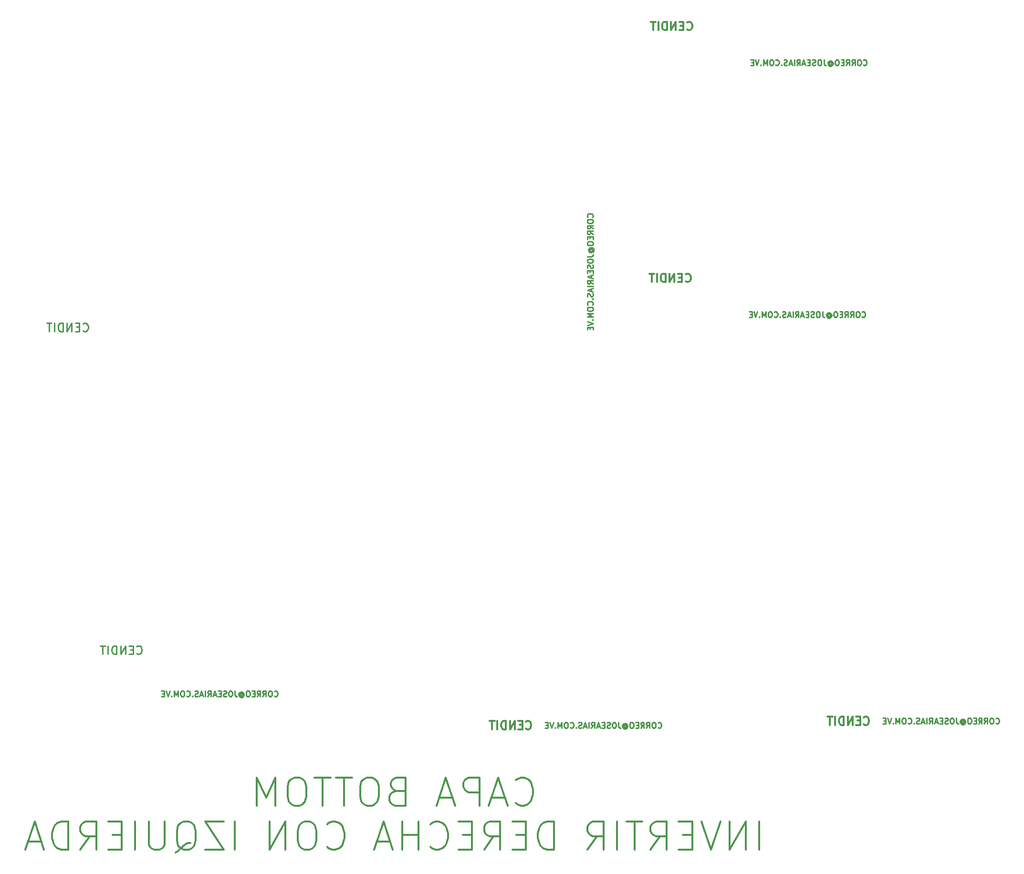
<source format=gbr>
G04 #@! TF.FileFunction,Legend,Bot*
%FSLAX46Y46*%
G04 Gerber Fmt 4.6, Leading zero omitted, Abs format (unit mm)*
G04 Created by KiCad (PCBNEW 4.0.7-e2-6376~58~ubuntu16.04.1) date Sun Feb  4 19:32:13 2018*
%MOMM*%
%LPD*%
G01*
G04 APERTURE LIST*
%ADD10C,0.100000*%
%ADD11C,0.300000*%
%ADD12C,0.250000*%
G04 APERTURE END LIST*
D10*
D11*
X107145619Y-191941714D02*
X107383714Y-192179810D01*
X108098000Y-192417905D01*
X108574190Y-192417905D01*
X109288476Y-192179810D01*
X109764667Y-191703619D01*
X110002762Y-191227429D01*
X110240857Y-190275048D01*
X110240857Y-189560762D01*
X110002762Y-188608381D01*
X109764667Y-188132190D01*
X109288476Y-187656000D01*
X108574190Y-187417905D01*
X108098000Y-187417905D01*
X107383714Y-187656000D01*
X107145619Y-187894095D01*
X105240857Y-190989333D02*
X102859905Y-190989333D01*
X105717048Y-192417905D02*
X104050381Y-187417905D01*
X102383714Y-192417905D01*
X100717048Y-192417905D02*
X100717048Y-187417905D01*
X98812286Y-187417905D01*
X98336095Y-187656000D01*
X98098000Y-187894095D01*
X97859905Y-188370286D01*
X97859905Y-189084571D01*
X98098000Y-189560762D01*
X98336095Y-189798857D01*
X98812286Y-190036952D01*
X100717048Y-190036952D01*
X95955143Y-190989333D02*
X93574191Y-190989333D01*
X96431334Y-192417905D02*
X94764667Y-187417905D01*
X93098000Y-192417905D01*
X85955143Y-189798857D02*
X85240857Y-190036952D01*
X85002762Y-190275048D01*
X84764667Y-190751238D01*
X84764667Y-191465524D01*
X85002762Y-191941714D01*
X85240857Y-192179810D01*
X85717048Y-192417905D01*
X87621810Y-192417905D01*
X87621810Y-187417905D01*
X85955143Y-187417905D01*
X85478953Y-187656000D01*
X85240857Y-187894095D01*
X85002762Y-188370286D01*
X85002762Y-188846476D01*
X85240857Y-189322667D01*
X85478953Y-189560762D01*
X85955143Y-189798857D01*
X87621810Y-189798857D01*
X81669429Y-187417905D02*
X80717048Y-187417905D01*
X80240857Y-187656000D01*
X79764667Y-188132190D01*
X79526572Y-189084571D01*
X79526572Y-190751238D01*
X79764667Y-191703619D01*
X80240857Y-192179810D01*
X80717048Y-192417905D01*
X81669429Y-192417905D01*
X82145619Y-192179810D01*
X82621810Y-191703619D01*
X82859905Y-190751238D01*
X82859905Y-189084571D01*
X82621810Y-188132190D01*
X82145619Y-187656000D01*
X81669429Y-187417905D01*
X78098001Y-187417905D02*
X75240858Y-187417905D01*
X76669429Y-192417905D02*
X76669429Y-187417905D01*
X74288477Y-187417905D02*
X71431334Y-187417905D01*
X72859905Y-192417905D02*
X72859905Y-187417905D01*
X68812286Y-187417905D02*
X67859905Y-187417905D01*
X67383714Y-187656000D01*
X66907524Y-188132190D01*
X66669429Y-189084571D01*
X66669429Y-190751238D01*
X66907524Y-191703619D01*
X67383714Y-192179810D01*
X67859905Y-192417905D01*
X68812286Y-192417905D01*
X69288476Y-192179810D01*
X69764667Y-191703619D01*
X70002762Y-190751238D01*
X70002762Y-189084571D01*
X69764667Y-188132190D01*
X69288476Y-187656000D01*
X68812286Y-187417905D01*
X64526572Y-192417905D02*
X64526572Y-187417905D01*
X62859905Y-190989333D01*
X61193238Y-187417905D01*
X61193238Y-192417905D01*
X150359904Y-200217905D02*
X150359904Y-195217905D01*
X147978952Y-200217905D02*
X147978952Y-195217905D01*
X145121809Y-200217905D01*
X145121809Y-195217905D01*
X143455143Y-195217905D02*
X141788476Y-200217905D01*
X140121809Y-195217905D01*
X138455143Y-197598857D02*
X136788476Y-197598857D01*
X136074190Y-200217905D02*
X138455143Y-200217905D01*
X138455143Y-195217905D01*
X136074190Y-195217905D01*
X131074190Y-200217905D02*
X132740857Y-197836952D01*
X133931333Y-200217905D02*
X133931333Y-195217905D01*
X132026571Y-195217905D01*
X131550380Y-195456000D01*
X131312285Y-195694095D01*
X131074190Y-196170286D01*
X131074190Y-196884571D01*
X131312285Y-197360762D01*
X131550380Y-197598857D01*
X132026571Y-197836952D01*
X133931333Y-197836952D01*
X129645619Y-195217905D02*
X126788476Y-195217905D01*
X128217047Y-200217905D02*
X128217047Y-195217905D01*
X125121809Y-200217905D02*
X125121809Y-195217905D01*
X119883714Y-200217905D02*
X121550381Y-197836952D01*
X122740857Y-200217905D02*
X122740857Y-195217905D01*
X120836095Y-195217905D01*
X120359904Y-195456000D01*
X120121809Y-195694095D01*
X119883714Y-196170286D01*
X119883714Y-196884571D01*
X120121809Y-197360762D01*
X120359904Y-197598857D01*
X120836095Y-197836952D01*
X122740857Y-197836952D01*
X113931333Y-200217905D02*
X113931333Y-195217905D01*
X112740857Y-195217905D01*
X112026571Y-195456000D01*
X111550380Y-195932190D01*
X111312285Y-196408381D01*
X111074190Y-197360762D01*
X111074190Y-198075048D01*
X111312285Y-199027429D01*
X111550380Y-199503619D01*
X112026571Y-199979810D01*
X112740857Y-200217905D01*
X113931333Y-200217905D01*
X108931333Y-197598857D02*
X107264666Y-197598857D01*
X106550380Y-200217905D02*
X108931333Y-200217905D01*
X108931333Y-195217905D01*
X106550380Y-195217905D01*
X101550380Y-200217905D02*
X103217047Y-197836952D01*
X104407523Y-200217905D02*
X104407523Y-195217905D01*
X102502761Y-195217905D01*
X102026570Y-195456000D01*
X101788475Y-195694095D01*
X101550380Y-196170286D01*
X101550380Y-196884571D01*
X101788475Y-197360762D01*
X102026570Y-197598857D01*
X102502761Y-197836952D01*
X104407523Y-197836952D01*
X99407523Y-197598857D02*
X97740856Y-197598857D01*
X97026570Y-200217905D02*
X99407523Y-200217905D01*
X99407523Y-195217905D01*
X97026570Y-195217905D01*
X92026570Y-199741714D02*
X92264665Y-199979810D01*
X92978951Y-200217905D01*
X93455141Y-200217905D01*
X94169427Y-199979810D01*
X94645618Y-199503619D01*
X94883713Y-199027429D01*
X95121808Y-198075048D01*
X95121808Y-197360762D01*
X94883713Y-196408381D01*
X94645618Y-195932190D01*
X94169427Y-195456000D01*
X93455141Y-195217905D01*
X92978951Y-195217905D01*
X92264665Y-195456000D01*
X92026570Y-195694095D01*
X89883713Y-200217905D02*
X89883713Y-195217905D01*
X89883713Y-197598857D02*
X87026570Y-197598857D01*
X87026570Y-200217905D02*
X87026570Y-195217905D01*
X84883713Y-198789333D02*
X82502761Y-198789333D01*
X85359904Y-200217905D02*
X83693237Y-195217905D01*
X82026570Y-200217905D01*
X73693237Y-199741714D02*
X73931332Y-199979810D01*
X74645618Y-200217905D01*
X75121808Y-200217905D01*
X75836094Y-199979810D01*
X76312285Y-199503619D01*
X76550380Y-199027429D01*
X76788475Y-198075048D01*
X76788475Y-197360762D01*
X76550380Y-196408381D01*
X76312285Y-195932190D01*
X75836094Y-195456000D01*
X75121808Y-195217905D01*
X74645618Y-195217905D01*
X73931332Y-195456000D01*
X73693237Y-195694095D01*
X70597999Y-195217905D02*
X69645618Y-195217905D01*
X69169427Y-195456000D01*
X68693237Y-195932190D01*
X68455142Y-196884571D01*
X68455142Y-198551238D01*
X68693237Y-199503619D01*
X69169427Y-199979810D01*
X69645618Y-200217905D01*
X70597999Y-200217905D01*
X71074189Y-199979810D01*
X71550380Y-199503619D01*
X71788475Y-198551238D01*
X71788475Y-196884571D01*
X71550380Y-195932190D01*
X71074189Y-195456000D01*
X70597999Y-195217905D01*
X66312285Y-200217905D02*
X66312285Y-195217905D01*
X63455142Y-200217905D01*
X63455142Y-195217905D01*
X57264666Y-200217905D02*
X57264666Y-195217905D01*
X55359904Y-195217905D02*
X52026571Y-195217905D01*
X55359904Y-200217905D01*
X52026571Y-200217905D01*
X46788475Y-200694095D02*
X47264666Y-200456000D01*
X47740856Y-199979810D01*
X48455142Y-199265524D01*
X48931333Y-199027429D01*
X49407523Y-199027429D01*
X49169428Y-200217905D02*
X49645618Y-199979810D01*
X50121809Y-199503619D01*
X50359904Y-198551238D01*
X50359904Y-196884571D01*
X50121809Y-195932190D01*
X49645618Y-195456000D01*
X49169428Y-195217905D01*
X48217047Y-195217905D01*
X47740856Y-195456000D01*
X47264666Y-195932190D01*
X47026571Y-196884571D01*
X47026571Y-198551238D01*
X47264666Y-199503619D01*
X47740856Y-199979810D01*
X48217047Y-200217905D01*
X49169428Y-200217905D01*
X44883714Y-195217905D02*
X44883714Y-199265524D01*
X44645619Y-199741714D01*
X44407523Y-199979810D01*
X43931333Y-200217905D01*
X42978952Y-200217905D01*
X42502761Y-199979810D01*
X42264666Y-199741714D01*
X42026571Y-199265524D01*
X42026571Y-195217905D01*
X39645619Y-200217905D02*
X39645619Y-195217905D01*
X37264667Y-197598857D02*
X35598000Y-197598857D01*
X34883714Y-200217905D02*
X37264667Y-200217905D01*
X37264667Y-195217905D01*
X34883714Y-195217905D01*
X29883714Y-200217905D02*
X31550381Y-197836952D01*
X32740857Y-200217905D02*
X32740857Y-195217905D01*
X30836095Y-195217905D01*
X30359904Y-195456000D01*
X30121809Y-195694095D01*
X29883714Y-196170286D01*
X29883714Y-196884571D01*
X30121809Y-197360762D01*
X30359904Y-197598857D01*
X30836095Y-197836952D01*
X32740857Y-197836952D01*
X27740857Y-200217905D02*
X27740857Y-195217905D01*
X26550381Y-195217905D01*
X25836095Y-195456000D01*
X25359904Y-195932190D01*
X25121809Y-196408381D01*
X24883714Y-197360762D01*
X24883714Y-198075048D01*
X25121809Y-199027429D01*
X25359904Y-199503619D01*
X25836095Y-199979810D01*
X26550381Y-200217905D01*
X27740857Y-200217905D01*
X22978952Y-198789333D02*
X20598000Y-198789333D01*
X23455143Y-200217905D02*
X21788476Y-195217905D01*
X20121809Y-200217905D01*
D12*
X120753143Y-87972525D02*
X120800762Y-87924906D01*
X120848381Y-87782049D01*
X120848381Y-87686811D01*
X120800762Y-87543953D01*
X120705524Y-87448715D01*
X120610286Y-87401096D01*
X120419810Y-87353477D01*
X120276952Y-87353477D01*
X120086476Y-87401096D01*
X119991238Y-87448715D01*
X119896000Y-87543953D01*
X119848381Y-87686811D01*
X119848381Y-87782049D01*
X119896000Y-87924906D01*
X119943619Y-87972525D01*
X119848381Y-88591572D02*
X119848381Y-88782049D01*
X119896000Y-88877287D01*
X119991238Y-88972525D01*
X120181714Y-89020144D01*
X120515048Y-89020144D01*
X120705524Y-88972525D01*
X120800762Y-88877287D01*
X120848381Y-88782049D01*
X120848381Y-88591572D01*
X120800762Y-88496334D01*
X120705524Y-88401096D01*
X120515048Y-88353477D01*
X120181714Y-88353477D01*
X119991238Y-88401096D01*
X119896000Y-88496334D01*
X119848381Y-88591572D01*
X120848381Y-90020144D02*
X120372190Y-89686810D01*
X120848381Y-89448715D02*
X119848381Y-89448715D01*
X119848381Y-89829668D01*
X119896000Y-89924906D01*
X119943619Y-89972525D01*
X120038857Y-90020144D01*
X120181714Y-90020144D01*
X120276952Y-89972525D01*
X120324571Y-89924906D01*
X120372190Y-89829668D01*
X120372190Y-89448715D01*
X120848381Y-91020144D02*
X120372190Y-90686810D01*
X120848381Y-90448715D02*
X119848381Y-90448715D01*
X119848381Y-90829668D01*
X119896000Y-90924906D01*
X119943619Y-90972525D01*
X120038857Y-91020144D01*
X120181714Y-91020144D01*
X120276952Y-90972525D01*
X120324571Y-90924906D01*
X120372190Y-90829668D01*
X120372190Y-90448715D01*
X120324571Y-91448715D02*
X120324571Y-91782049D01*
X120848381Y-91924906D02*
X120848381Y-91448715D01*
X119848381Y-91448715D01*
X119848381Y-91924906D01*
X119848381Y-92543953D02*
X119848381Y-92734430D01*
X119896000Y-92829668D01*
X119991238Y-92924906D01*
X120181714Y-92972525D01*
X120515048Y-92972525D01*
X120705524Y-92924906D01*
X120800762Y-92829668D01*
X120848381Y-92734430D01*
X120848381Y-92543953D01*
X120800762Y-92448715D01*
X120705524Y-92353477D01*
X120515048Y-92305858D01*
X120181714Y-92305858D01*
X119991238Y-92353477D01*
X119896000Y-92448715D01*
X119848381Y-92543953D01*
X120372190Y-94020144D02*
X120324571Y-93972525D01*
X120276952Y-93877287D01*
X120276952Y-93782049D01*
X120324571Y-93686811D01*
X120372190Y-93639191D01*
X120467429Y-93591572D01*
X120562667Y-93591572D01*
X120657905Y-93639191D01*
X120705524Y-93686811D01*
X120753143Y-93782049D01*
X120753143Y-93877287D01*
X120705524Y-93972525D01*
X120657905Y-94020144D01*
X120276952Y-94020144D02*
X120657905Y-94020144D01*
X120705524Y-94067763D01*
X120705524Y-94115382D01*
X120657905Y-94210620D01*
X120562667Y-94258239D01*
X120324571Y-94258239D01*
X120181714Y-94163001D01*
X120086476Y-94020144D01*
X120038857Y-93829668D01*
X120086476Y-93639191D01*
X120181714Y-93496334D01*
X120324571Y-93401096D01*
X120515048Y-93353477D01*
X120705524Y-93401096D01*
X120848381Y-93496334D01*
X120943619Y-93639191D01*
X120991238Y-93829668D01*
X120943619Y-94020144D01*
X120848381Y-94163001D01*
X119848381Y-94972525D02*
X120562667Y-94972525D01*
X120705524Y-94924905D01*
X120800762Y-94829667D01*
X120848381Y-94686810D01*
X120848381Y-94591572D01*
X119848381Y-95639191D02*
X119848381Y-95829668D01*
X119896000Y-95924906D01*
X119991238Y-96020144D01*
X120181714Y-96067763D01*
X120515048Y-96067763D01*
X120705524Y-96020144D01*
X120800762Y-95924906D01*
X120848381Y-95829668D01*
X120848381Y-95639191D01*
X120800762Y-95543953D01*
X120705524Y-95448715D01*
X120515048Y-95401096D01*
X120181714Y-95401096D01*
X119991238Y-95448715D01*
X119896000Y-95543953D01*
X119848381Y-95639191D01*
X120800762Y-96448715D02*
X120848381Y-96591572D01*
X120848381Y-96829668D01*
X120800762Y-96924906D01*
X120753143Y-96972525D01*
X120657905Y-97020144D01*
X120562667Y-97020144D01*
X120467429Y-96972525D01*
X120419810Y-96924906D01*
X120372190Y-96829668D01*
X120324571Y-96639191D01*
X120276952Y-96543953D01*
X120229333Y-96496334D01*
X120134095Y-96448715D01*
X120038857Y-96448715D01*
X119943619Y-96496334D01*
X119896000Y-96543953D01*
X119848381Y-96639191D01*
X119848381Y-96877287D01*
X119896000Y-97020144D01*
X120324571Y-97448715D02*
X120324571Y-97782049D01*
X120848381Y-97924906D02*
X120848381Y-97448715D01*
X119848381Y-97448715D01*
X119848381Y-97924906D01*
X120562667Y-98305858D02*
X120562667Y-98782049D01*
X120848381Y-98210620D02*
X119848381Y-98543953D01*
X120848381Y-98877287D01*
X120848381Y-99782049D02*
X120372190Y-99448715D01*
X120848381Y-99210620D02*
X119848381Y-99210620D01*
X119848381Y-99591573D01*
X119896000Y-99686811D01*
X119943619Y-99734430D01*
X120038857Y-99782049D01*
X120181714Y-99782049D01*
X120276952Y-99734430D01*
X120324571Y-99686811D01*
X120372190Y-99591573D01*
X120372190Y-99210620D01*
X120848381Y-100210620D02*
X119848381Y-100210620D01*
X120562667Y-100639191D02*
X120562667Y-101115382D01*
X120848381Y-100543953D02*
X119848381Y-100877286D01*
X120848381Y-101210620D01*
X120800762Y-101496334D02*
X120848381Y-101639191D01*
X120848381Y-101877287D01*
X120800762Y-101972525D01*
X120753143Y-102020144D01*
X120657905Y-102067763D01*
X120562667Y-102067763D01*
X120467429Y-102020144D01*
X120419810Y-101972525D01*
X120372190Y-101877287D01*
X120324571Y-101686810D01*
X120276952Y-101591572D01*
X120229333Y-101543953D01*
X120134095Y-101496334D01*
X120038857Y-101496334D01*
X119943619Y-101543953D01*
X119896000Y-101591572D01*
X119848381Y-101686810D01*
X119848381Y-101924906D01*
X119896000Y-102067763D01*
X120753143Y-102496334D02*
X120800762Y-102543953D01*
X120848381Y-102496334D01*
X120800762Y-102448715D01*
X120753143Y-102496334D01*
X120848381Y-102496334D01*
X120753143Y-103543953D02*
X120800762Y-103496334D01*
X120848381Y-103353477D01*
X120848381Y-103258239D01*
X120800762Y-103115381D01*
X120705524Y-103020143D01*
X120610286Y-102972524D01*
X120419810Y-102924905D01*
X120276952Y-102924905D01*
X120086476Y-102972524D01*
X119991238Y-103020143D01*
X119896000Y-103115381D01*
X119848381Y-103258239D01*
X119848381Y-103353477D01*
X119896000Y-103496334D01*
X119943619Y-103543953D01*
X119848381Y-104163000D02*
X119848381Y-104353477D01*
X119896000Y-104448715D01*
X119991238Y-104543953D01*
X120181714Y-104591572D01*
X120515048Y-104591572D01*
X120705524Y-104543953D01*
X120800762Y-104448715D01*
X120848381Y-104353477D01*
X120848381Y-104163000D01*
X120800762Y-104067762D01*
X120705524Y-103972524D01*
X120515048Y-103924905D01*
X120181714Y-103924905D01*
X119991238Y-103972524D01*
X119896000Y-104067762D01*
X119848381Y-104163000D01*
X120848381Y-105020143D02*
X119848381Y-105020143D01*
X120562667Y-105353477D01*
X119848381Y-105686810D01*
X120848381Y-105686810D01*
X120753143Y-106163000D02*
X120800762Y-106210619D01*
X120848381Y-106163000D01*
X120800762Y-106115381D01*
X120753143Y-106163000D01*
X120848381Y-106163000D01*
X119848381Y-106496333D02*
X120848381Y-106829666D01*
X119848381Y-107163000D01*
X120324571Y-107496333D02*
X120324571Y-107829667D01*
X120848381Y-107972524D02*
X120848381Y-107496333D01*
X119848381Y-107496333D01*
X119848381Y-107972524D01*
X30364571Y-108104714D02*
X30436000Y-108176143D01*
X30650286Y-108247571D01*
X30793143Y-108247571D01*
X31007428Y-108176143D01*
X31150286Y-108033286D01*
X31221714Y-107890429D01*
X31293143Y-107604714D01*
X31293143Y-107390429D01*
X31221714Y-107104714D01*
X31150286Y-106961857D01*
X31007428Y-106819000D01*
X30793143Y-106747571D01*
X30650286Y-106747571D01*
X30436000Y-106819000D01*
X30364571Y-106890429D01*
X29721714Y-107461857D02*
X29221714Y-107461857D01*
X29007428Y-108247571D02*
X29721714Y-108247571D01*
X29721714Y-106747571D01*
X29007428Y-106747571D01*
X28364571Y-108247571D02*
X28364571Y-106747571D01*
X27507428Y-108247571D01*
X27507428Y-106747571D01*
X26793142Y-108247571D02*
X26793142Y-106747571D01*
X26435999Y-106747571D01*
X26221714Y-106819000D01*
X26078856Y-106961857D01*
X26007428Y-107104714D01*
X25935999Y-107390429D01*
X25935999Y-107604714D01*
X26007428Y-107890429D01*
X26078856Y-108033286D01*
X26221714Y-108176143D01*
X26435999Y-108247571D01*
X26793142Y-108247571D01*
X25293142Y-108247571D02*
X25293142Y-106747571D01*
X24793142Y-106747571D02*
X23935999Y-106747571D01*
X24364570Y-108247571D02*
X24364570Y-106747571D01*
X168821475Y-60936143D02*
X168869094Y-60983762D01*
X169011951Y-61031381D01*
X169107189Y-61031381D01*
X169250047Y-60983762D01*
X169345285Y-60888524D01*
X169392904Y-60793286D01*
X169440523Y-60602810D01*
X169440523Y-60459952D01*
X169392904Y-60269476D01*
X169345285Y-60174238D01*
X169250047Y-60079000D01*
X169107189Y-60031381D01*
X169011951Y-60031381D01*
X168869094Y-60079000D01*
X168821475Y-60126619D01*
X168202428Y-60031381D02*
X168011951Y-60031381D01*
X167916713Y-60079000D01*
X167821475Y-60174238D01*
X167773856Y-60364714D01*
X167773856Y-60698048D01*
X167821475Y-60888524D01*
X167916713Y-60983762D01*
X168011951Y-61031381D01*
X168202428Y-61031381D01*
X168297666Y-60983762D01*
X168392904Y-60888524D01*
X168440523Y-60698048D01*
X168440523Y-60364714D01*
X168392904Y-60174238D01*
X168297666Y-60079000D01*
X168202428Y-60031381D01*
X166773856Y-61031381D02*
X167107190Y-60555190D01*
X167345285Y-61031381D02*
X167345285Y-60031381D01*
X166964332Y-60031381D01*
X166869094Y-60079000D01*
X166821475Y-60126619D01*
X166773856Y-60221857D01*
X166773856Y-60364714D01*
X166821475Y-60459952D01*
X166869094Y-60507571D01*
X166964332Y-60555190D01*
X167345285Y-60555190D01*
X165773856Y-61031381D02*
X166107190Y-60555190D01*
X166345285Y-61031381D02*
X166345285Y-60031381D01*
X165964332Y-60031381D01*
X165869094Y-60079000D01*
X165821475Y-60126619D01*
X165773856Y-60221857D01*
X165773856Y-60364714D01*
X165821475Y-60459952D01*
X165869094Y-60507571D01*
X165964332Y-60555190D01*
X166345285Y-60555190D01*
X165345285Y-60507571D02*
X165011951Y-60507571D01*
X164869094Y-61031381D02*
X165345285Y-61031381D01*
X165345285Y-60031381D01*
X164869094Y-60031381D01*
X164250047Y-60031381D02*
X164059570Y-60031381D01*
X163964332Y-60079000D01*
X163869094Y-60174238D01*
X163821475Y-60364714D01*
X163821475Y-60698048D01*
X163869094Y-60888524D01*
X163964332Y-60983762D01*
X164059570Y-61031381D01*
X164250047Y-61031381D01*
X164345285Y-60983762D01*
X164440523Y-60888524D01*
X164488142Y-60698048D01*
X164488142Y-60364714D01*
X164440523Y-60174238D01*
X164345285Y-60079000D01*
X164250047Y-60031381D01*
X162773856Y-60555190D02*
X162821475Y-60507571D01*
X162916713Y-60459952D01*
X163011951Y-60459952D01*
X163107189Y-60507571D01*
X163154809Y-60555190D01*
X163202428Y-60650429D01*
X163202428Y-60745667D01*
X163154809Y-60840905D01*
X163107189Y-60888524D01*
X163011951Y-60936143D01*
X162916713Y-60936143D01*
X162821475Y-60888524D01*
X162773856Y-60840905D01*
X162773856Y-60459952D02*
X162773856Y-60840905D01*
X162726237Y-60888524D01*
X162678618Y-60888524D01*
X162583380Y-60840905D01*
X162535761Y-60745667D01*
X162535761Y-60507571D01*
X162630999Y-60364714D01*
X162773856Y-60269476D01*
X162964332Y-60221857D01*
X163154809Y-60269476D01*
X163297666Y-60364714D01*
X163392904Y-60507571D01*
X163440523Y-60698048D01*
X163392904Y-60888524D01*
X163297666Y-61031381D01*
X163154809Y-61126619D01*
X162964332Y-61174238D01*
X162773856Y-61126619D01*
X162630999Y-61031381D01*
X161821475Y-60031381D02*
X161821475Y-60745667D01*
X161869095Y-60888524D01*
X161964333Y-60983762D01*
X162107190Y-61031381D01*
X162202428Y-61031381D01*
X161154809Y-60031381D02*
X160964332Y-60031381D01*
X160869094Y-60079000D01*
X160773856Y-60174238D01*
X160726237Y-60364714D01*
X160726237Y-60698048D01*
X160773856Y-60888524D01*
X160869094Y-60983762D01*
X160964332Y-61031381D01*
X161154809Y-61031381D01*
X161250047Y-60983762D01*
X161345285Y-60888524D01*
X161392904Y-60698048D01*
X161392904Y-60364714D01*
X161345285Y-60174238D01*
X161250047Y-60079000D01*
X161154809Y-60031381D01*
X160345285Y-60983762D02*
X160202428Y-61031381D01*
X159964332Y-61031381D01*
X159869094Y-60983762D01*
X159821475Y-60936143D01*
X159773856Y-60840905D01*
X159773856Y-60745667D01*
X159821475Y-60650429D01*
X159869094Y-60602810D01*
X159964332Y-60555190D01*
X160154809Y-60507571D01*
X160250047Y-60459952D01*
X160297666Y-60412333D01*
X160345285Y-60317095D01*
X160345285Y-60221857D01*
X160297666Y-60126619D01*
X160250047Y-60079000D01*
X160154809Y-60031381D01*
X159916713Y-60031381D01*
X159773856Y-60079000D01*
X159345285Y-60507571D02*
X159011951Y-60507571D01*
X158869094Y-61031381D02*
X159345285Y-61031381D01*
X159345285Y-60031381D01*
X158869094Y-60031381D01*
X158488142Y-60745667D02*
X158011951Y-60745667D01*
X158583380Y-61031381D02*
X158250047Y-60031381D01*
X157916713Y-61031381D01*
X157011951Y-61031381D02*
X157345285Y-60555190D01*
X157583380Y-61031381D02*
X157583380Y-60031381D01*
X157202427Y-60031381D01*
X157107189Y-60079000D01*
X157059570Y-60126619D01*
X157011951Y-60221857D01*
X157011951Y-60364714D01*
X157059570Y-60459952D01*
X157107189Y-60507571D01*
X157202427Y-60555190D01*
X157583380Y-60555190D01*
X156583380Y-61031381D02*
X156583380Y-60031381D01*
X156154809Y-60745667D02*
X155678618Y-60745667D01*
X156250047Y-61031381D02*
X155916714Y-60031381D01*
X155583380Y-61031381D01*
X155297666Y-60983762D02*
X155154809Y-61031381D01*
X154916713Y-61031381D01*
X154821475Y-60983762D01*
X154773856Y-60936143D01*
X154726237Y-60840905D01*
X154726237Y-60745667D01*
X154773856Y-60650429D01*
X154821475Y-60602810D01*
X154916713Y-60555190D01*
X155107190Y-60507571D01*
X155202428Y-60459952D01*
X155250047Y-60412333D01*
X155297666Y-60317095D01*
X155297666Y-60221857D01*
X155250047Y-60126619D01*
X155202428Y-60079000D01*
X155107190Y-60031381D01*
X154869094Y-60031381D01*
X154726237Y-60079000D01*
X154297666Y-60936143D02*
X154250047Y-60983762D01*
X154297666Y-61031381D01*
X154345285Y-60983762D01*
X154297666Y-60936143D01*
X154297666Y-61031381D01*
X153250047Y-60936143D02*
X153297666Y-60983762D01*
X153440523Y-61031381D01*
X153535761Y-61031381D01*
X153678619Y-60983762D01*
X153773857Y-60888524D01*
X153821476Y-60793286D01*
X153869095Y-60602810D01*
X153869095Y-60459952D01*
X153821476Y-60269476D01*
X153773857Y-60174238D01*
X153678619Y-60079000D01*
X153535761Y-60031381D01*
X153440523Y-60031381D01*
X153297666Y-60079000D01*
X153250047Y-60126619D01*
X152631000Y-60031381D02*
X152440523Y-60031381D01*
X152345285Y-60079000D01*
X152250047Y-60174238D01*
X152202428Y-60364714D01*
X152202428Y-60698048D01*
X152250047Y-60888524D01*
X152345285Y-60983762D01*
X152440523Y-61031381D01*
X152631000Y-61031381D01*
X152726238Y-60983762D01*
X152821476Y-60888524D01*
X152869095Y-60698048D01*
X152869095Y-60364714D01*
X152821476Y-60174238D01*
X152726238Y-60079000D01*
X152631000Y-60031381D01*
X151773857Y-61031381D02*
X151773857Y-60031381D01*
X151440523Y-60745667D01*
X151107190Y-60031381D01*
X151107190Y-61031381D01*
X150631000Y-60936143D02*
X150583381Y-60983762D01*
X150631000Y-61031381D01*
X150678619Y-60983762D01*
X150631000Y-60936143D01*
X150631000Y-61031381D01*
X150297667Y-60031381D02*
X149964334Y-61031381D01*
X149631000Y-60031381D01*
X149297667Y-60507571D02*
X148964333Y-60507571D01*
X148821476Y-61031381D02*
X149297667Y-61031381D01*
X149297667Y-60031381D01*
X148821476Y-60031381D01*
D11*
X137552571Y-54637714D02*
X137624000Y-54709143D01*
X137838286Y-54780571D01*
X137981143Y-54780571D01*
X138195428Y-54709143D01*
X138338286Y-54566286D01*
X138409714Y-54423429D01*
X138481143Y-54137714D01*
X138481143Y-53923429D01*
X138409714Y-53637714D01*
X138338286Y-53494857D01*
X138195428Y-53352000D01*
X137981143Y-53280571D01*
X137838286Y-53280571D01*
X137624000Y-53352000D01*
X137552571Y-53423429D01*
X136909714Y-53994857D02*
X136409714Y-53994857D01*
X136195428Y-54780571D02*
X136909714Y-54780571D01*
X136909714Y-53280571D01*
X136195428Y-53280571D01*
X135552571Y-54780571D02*
X135552571Y-53280571D01*
X134695428Y-54780571D01*
X134695428Y-53280571D01*
X133981142Y-54780571D02*
X133981142Y-53280571D01*
X133623999Y-53280571D01*
X133409714Y-53352000D01*
X133266856Y-53494857D01*
X133195428Y-53637714D01*
X133123999Y-53923429D01*
X133123999Y-54137714D01*
X133195428Y-54423429D01*
X133266856Y-54566286D01*
X133409714Y-54709143D01*
X133623999Y-54780571D01*
X133981142Y-54780571D01*
X132481142Y-54780571D02*
X132481142Y-53280571D01*
X131981142Y-53280571D02*
X131123999Y-53280571D01*
X131552570Y-54780571D02*
X131552570Y-53280571D01*
D12*
X168567475Y-105640143D02*
X168615094Y-105687762D01*
X168757951Y-105735381D01*
X168853189Y-105735381D01*
X168996047Y-105687762D01*
X169091285Y-105592524D01*
X169138904Y-105497286D01*
X169186523Y-105306810D01*
X169186523Y-105163952D01*
X169138904Y-104973476D01*
X169091285Y-104878238D01*
X168996047Y-104783000D01*
X168853189Y-104735381D01*
X168757951Y-104735381D01*
X168615094Y-104783000D01*
X168567475Y-104830619D01*
X167948428Y-104735381D02*
X167757951Y-104735381D01*
X167662713Y-104783000D01*
X167567475Y-104878238D01*
X167519856Y-105068714D01*
X167519856Y-105402048D01*
X167567475Y-105592524D01*
X167662713Y-105687762D01*
X167757951Y-105735381D01*
X167948428Y-105735381D01*
X168043666Y-105687762D01*
X168138904Y-105592524D01*
X168186523Y-105402048D01*
X168186523Y-105068714D01*
X168138904Y-104878238D01*
X168043666Y-104783000D01*
X167948428Y-104735381D01*
X166519856Y-105735381D02*
X166853190Y-105259190D01*
X167091285Y-105735381D02*
X167091285Y-104735381D01*
X166710332Y-104735381D01*
X166615094Y-104783000D01*
X166567475Y-104830619D01*
X166519856Y-104925857D01*
X166519856Y-105068714D01*
X166567475Y-105163952D01*
X166615094Y-105211571D01*
X166710332Y-105259190D01*
X167091285Y-105259190D01*
X165519856Y-105735381D02*
X165853190Y-105259190D01*
X166091285Y-105735381D02*
X166091285Y-104735381D01*
X165710332Y-104735381D01*
X165615094Y-104783000D01*
X165567475Y-104830619D01*
X165519856Y-104925857D01*
X165519856Y-105068714D01*
X165567475Y-105163952D01*
X165615094Y-105211571D01*
X165710332Y-105259190D01*
X166091285Y-105259190D01*
X165091285Y-105211571D02*
X164757951Y-105211571D01*
X164615094Y-105735381D02*
X165091285Y-105735381D01*
X165091285Y-104735381D01*
X164615094Y-104735381D01*
X163996047Y-104735381D02*
X163805570Y-104735381D01*
X163710332Y-104783000D01*
X163615094Y-104878238D01*
X163567475Y-105068714D01*
X163567475Y-105402048D01*
X163615094Y-105592524D01*
X163710332Y-105687762D01*
X163805570Y-105735381D01*
X163996047Y-105735381D01*
X164091285Y-105687762D01*
X164186523Y-105592524D01*
X164234142Y-105402048D01*
X164234142Y-105068714D01*
X164186523Y-104878238D01*
X164091285Y-104783000D01*
X163996047Y-104735381D01*
X162519856Y-105259190D02*
X162567475Y-105211571D01*
X162662713Y-105163952D01*
X162757951Y-105163952D01*
X162853189Y-105211571D01*
X162900809Y-105259190D01*
X162948428Y-105354429D01*
X162948428Y-105449667D01*
X162900809Y-105544905D01*
X162853189Y-105592524D01*
X162757951Y-105640143D01*
X162662713Y-105640143D01*
X162567475Y-105592524D01*
X162519856Y-105544905D01*
X162519856Y-105163952D02*
X162519856Y-105544905D01*
X162472237Y-105592524D01*
X162424618Y-105592524D01*
X162329380Y-105544905D01*
X162281761Y-105449667D01*
X162281761Y-105211571D01*
X162376999Y-105068714D01*
X162519856Y-104973476D01*
X162710332Y-104925857D01*
X162900809Y-104973476D01*
X163043666Y-105068714D01*
X163138904Y-105211571D01*
X163186523Y-105402048D01*
X163138904Y-105592524D01*
X163043666Y-105735381D01*
X162900809Y-105830619D01*
X162710332Y-105878238D01*
X162519856Y-105830619D01*
X162376999Y-105735381D01*
X161567475Y-104735381D02*
X161567475Y-105449667D01*
X161615095Y-105592524D01*
X161710333Y-105687762D01*
X161853190Y-105735381D01*
X161948428Y-105735381D01*
X160900809Y-104735381D02*
X160710332Y-104735381D01*
X160615094Y-104783000D01*
X160519856Y-104878238D01*
X160472237Y-105068714D01*
X160472237Y-105402048D01*
X160519856Y-105592524D01*
X160615094Y-105687762D01*
X160710332Y-105735381D01*
X160900809Y-105735381D01*
X160996047Y-105687762D01*
X161091285Y-105592524D01*
X161138904Y-105402048D01*
X161138904Y-105068714D01*
X161091285Y-104878238D01*
X160996047Y-104783000D01*
X160900809Y-104735381D01*
X160091285Y-105687762D02*
X159948428Y-105735381D01*
X159710332Y-105735381D01*
X159615094Y-105687762D01*
X159567475Y-105640143D01*
X159519856Y-105544905D01*
X159519856Y-105449667D01*
X159567475Y-105354429D01*
X159615094Y-105306810D01*
X159710332Y-105259190D01*
X159900809Y-105211571D01*
X159996047Y-105163952D01*
X160043666Y-105116333D01*
X160091285Y-105021095D01*
X160091285Y-104925857D01*
X160043666Y-104830619D01*
X159996047Y-104783000D01*
X159900809Y-104735381D01*
X159662713Y-104735381D01*
X159519856Y-104783000D01*
X159091285Y-105211571D02*
X158757951Y-105211571D01*
X158615094Y-105735381D02*
X159091285Y-105735381D01*
X159091285Y-104735381D01*
X158615094Y-104735381D01*
X158234142Y-105449667D02*
X157757951Y-105449667D01*
X158329380Y-105735381D02*
X157996047Y-104735381D01*
X157662713Y-105735381D01*
X156757951Y-105735381D02*
X157091285Y-105259190D01*
X157329380Y-105735381D02*
X157329380Y-104735381D01*
X156948427Y-104735381D01*
X156853189Y-104783000D01*
X156805570Y-104830619D01*
X156757951Y-104925857D01*
X156757951Y-105068714D01*
X156805570Y-105163952D01*
X156853189Y-105211571D01*
X156948427Y-105259190D01*
X157329380Y-105259190D01*
X156329380Y-105735381D02*
X156329380Y-104735381D01*
X155900809Y-105449667D02*
X155424618Y-105449667D01*
X155996047Y-105735381D02*
X155662714Y-104735381D01*
X155329380Y-105735381D01*
X155043666Y-105687762D02*
X154900809Y-105735381D01*
X154662713Y-105735381D01*
X154567475Y-105687762D01*
X154519856Y-105640143D01*
X154472237Y-105544905D01*
X154472237Y-105449667D01*
X154519856Y-105354429D01*
X154567475Y-105306810D01*
X154662713Y-105259190D01*
X154853190Y-105211571D01*
X154948428Y-105163952D01*
X154996047Y-105116333D01*
X155043666Y-105021095D01*
X155043666Y-104925857D01*
X154996047Y-104830619D01*
X154948428Y-104783000D01*
X154853190Y-104735381D01*
X154615094Y-104735381D01*
X154472237Y-104783000D01*
X154043666Y-105640143D02*
X153996047Y-105687762D01*
X154043666Y-105735381D01*
X154091285Y-105687762D01*
X154043666Y-105640143D01*
X154043666Y-105735381D01*
X152996047Y-105640143D02*
X153043666Y-105687762D01*
X153186523Y-105735381D01*
X153281761Y-105735381D01*
X153424619Y-105687762D01*
X153519857Y-105592524D01*
X153567476Y-105497286D01*
X153615095Y-105306810D01*
X153615095Y-105163952D01*
X153567476Y-104973476D01*
X153519857Y-104878238D01*
X153424619Y-104783000D01*
X153281761Y-104735381D01*
X153186523Y-104735381D01*
X153043666Y-104783000D01*
X152996047Y-104830619D01*
X152377000Y-104735381D02*
X152186523Y-104735381D01*
X152091285Y-104783000D01*
X151996047Y-104878238D01*
X151948428Y-105068714D01*
X151948428Y-105402048D01*
X151996047Y-105592524D01*
X152091285Y-105687762D01*
X152186523Y-105735381D01*
X152377000Y-105735381D01*
X152472238Y-105687762D01*
X152567476Y-105592524D01*
X152615095Y-105402048D01*
X152615095Y-105068714D01*
X152567476Y-104878238D01*
X152472238Y-104783000D01*
X152377000Y-104735381D01*
X151519857Y-105735381D02*
X151519857Y-104735381D01*
X151186523Y-105449667D01*
X150853190Y-104735381D01*
X150853190Y-105735381D01*
X150377000Y-105640143D02*
X150329381Y-105687762D01*
X150377000Y-105735381D01*
X150424619Y-105687762D01*
X150377000Y-105640143D01*
X150377000Y-105735381D01*
X150043667Y-104735381D02*
X149710334Y-105735381D01*
X149377000Y-104735381D01*
X149043667Y-105211571D02*
X148710333Y-105211571D01*
X148567476Y-105735381D02*
X149043667Y-105735381D01*
X149043667Y-104735381D01*
X148567476Y-104735381D01*
D11*
X137298571Y-99341714D02*
X137370000Y-99413143D01*
X137584286Y-99484571D01*
X137727143Y-99484571D01*
X137941428Y-99413143D01*
X138084286Y-99270286D01*
X138155714Y-99127429D01*
X138227143Y-98841714D01*
X138227143Y-98627429D01*
X138155714Y-98341714D01*
X138084286Y-98198857D01*
X137941428Y-98056000D01*
X137727143Y-97984571D01*
X137584286Y-97984571D01*
X137370000Y-98056000D01*
X137298571Y-98127429D01*
X136655714Y-98698857D02*
X136155714Y-98698857D01*
X135941428Y-99484571D02*
X136655714Y-99484571D01*
X136655714Y-97984571D01*
X135941428Y-97984571D01*
X135298571Y-99484571D02*
X135298571Y-97984571D01*
X134441428Y-99484571D01*
X134441428Y-97984571D01*
X133727142Y-99484571D02*
X133727142Y-97984571D01*
X133369999Y-97984571D01*
X133155714Y-98056000D01*
X133012856Y-98198857D01*
X132941428Y-98341714D01*
X132869999Y-98627429D01*
X132869999Y-98841714D01*
X132941428Y-99127429D01*
X133012856Y-99270286D01*
X133155714Y-99413143D01*
X133369999Y-99484571D01*
X133727142Y-99484571D01*
X132227142Y-99484571D02*
X132227142Y-97984571D01*
X131727142Y-97984571D02*
X130869999Y-97984571D01*
X131298570Y-99484571D02*
X131298570Y-97984571D01*
D12*
X64300475Y-172950143D02*
X64348094Y-172997762D01*
X64490951Y-173045381D01*
X64586189Y-173045381D01*
X64729047Y-172997762D01*
X64824285Y-172902524D01*
X64871904Y-172807286D01*
X64919523Y-172616810D01*
X64919523Y-172473952D01*
X64871904Y-172283476D01*
X64824285Y-172188238D01*
X64729047Y-172093000D01*
X64586189Y-172045381D01*
X64490951Y-172045381D01*
X64348094Y-172093000D01*
X64300475Y-172140619D01*
X63681428Y-172045381D02*
X63490951Y-172045381D01*
X63395713Y-172093000D01*
X63300475Y-172188238D01*
X63252856Y-172378714D01*
X63252856Y-172712048D01*
X63300475Y-172902524D01*
X63395713Y-172997762D01*
X63490951Y-173045381D01*
X63681428Y-173045381D01*
X63776666Y-172997762D01*
X63871904Y-172902524D01*
X63919523Y-172712048D01*
X63919523Y-172378714D01*
X63871904Y-172188238D01*
X63776666Y-172093000D01*
X63681428Y-172045381D01*
X62252856Y-173045381D02*
X62586190Y-172569190D01*
X62824285Y-173045381D02*
X62824285Y-172045381D01*
X62443332Y-172045381D01*
X62348094Y-172093000D01*
X62300475Y-172140619D01*
X62252856Y-172235857D01*
X62252856Y-172378714D01*
X62300475Y-172473952D01*
X62348094Y-172521571D01*
X62443332Y-172569190D01*
X62824285Y-172569190D01*
X61252856Y-173045381D02*
X61586190Y-172569190D01*
X61824285Y-173045381D02*
X61824285Y-172045381D01*
X61443332Y-172045381D01*
X61348094Y-172093000D01*
X61300475Y-172140619D01*
X61252856Y-172235857D01*
X61252856Y-172378714D01*
X61300475Y-172473952D01*
X61348094Y-172521571D01*
X61443332Y-172569190D01*
X61824285Y-172569190D01*
X60824285Y-172521571D02*
X60490951Y-172521571D01*
X60348094Y-173045381D02*
X60824285Y-173045381D01*
X60824285Y-172045381D01*
X60348094Y-172045381D01*
X59729047Y-172045381D02*
X59538570Y-172045381D01*
X59443332Y-172093000D01*
X59348094Y-172188238D01*
X59300475Y-172378714D01*
X59300475Y-172712048D01*
X59348094Y-172902524D01*
X59443332Y-172997762D01*
X59538570Y-173045381D01*
X59729047Y-173045381D01*
X59824285Y-172997762D01*
X59919523Y-172902524D01*
X59967142Y-172712048D01*
X59967142Y-172378714D01*
X59919523Y-172188238D01*
X59824285Y-172093000D01*
X59729047Y-172045381D01*
X58252856Y-172569190D02*
X58300475Y-172521571D01*
X58395713Y-172473952D01*
X58490951Y-172473952D01*
X58586189Y-172521571D01*
X58633809Y-172569190D01*
X58681428Y-172664429D01*
X58681428Y-172759667D01*
X58633809Y-172854905D01*
X58586189Y-172902524D01*
X58490951Y-172950143D01*
X58395713Y-172950143D01*
X58300475Y-172902524D01*
X58252856Y-172854905D01*
X58252856Y-172473952D02*
X58252856Y-172854905D01*
X58205237Y-172902524D01*
X58157618Y-172902524D01*
X58062380Y-172854905D01*
X58014761Y-172759667D01*
X58014761Y-172521571D01*
X58109999Y-172378714D01*
X58252856Y-172283476D01*
X58443332Y-172235857D01*
X58633809Y-172283476D01*
X58776666Y-172378714D01*
X58871904Y-172521571D01*
X58919523Y-172712048D01*
X58871904Y-172902524D01*
X58776666Y-173045381D01*
X58633809Y-173140619D01*
X58443332Y-173188238D01*
X58252856Y-173140619D01*
X58109999Y-173045381D01*
X57300475Y-172045381D02*
X57300475Y-172759667D01*
X57348095Y-172902524D01*
X57443333Y-172997762D01*
X57586190Y-173045381D01*
X57681428Y-173045381D01*
X56633809Y-172045381D02*
X56443332Y-172045381D01*
X56348094Y-172093000D01*
X56252856Y-172188238D01*
X56205237Y-172378714D01*
X56205237Y-172712048D01*
X56252856Y-172902524D01*
X56348094Y-172997762D01*
X56443332Y-173045381D01*
X56633809Y-173045381D01*
X56729047Y-172997762D01*
X56824285Y-172902524D01*
X56871904Y-172712048D01*
X56871904Y-172378714D01*
X56824285Y-172188238D01*
X56729047Y-172093000D01*
X56633809Y-172045381D01*
X55824285Y-172997762D02*
X55681428Y-173045381D01*
X55443332Y-173045381D01*
X55348094Y-172997762D01*
X55300475Y-172950143D01*
X55252856Y-172854905D01*
X55252856Y-172759667D01*
X55300475Y-172664429D01*
X55348094Y-172616810D01*
X55443332Y-172569190D01*
X55633809Y-172521571D01*
X55729047Y-172473952D01*
X55776666Y-172426333D01*
X55824285Y-172331095D01*
X55824285Y-172235857D01*
X55776666Y-172140619D01*
X55729047Y-172093000D01*
X55633809Y-172045381D01*
X55395713Y-172045381D01*
X55252856Y-172093000D01*
X54824285Y-172521571D02*
X54490951Y-172521571D01*
X54348094Y-173045381D02*
X54824285Y-173045381D01*
X54824285Y-172045381D01*
X54348094Y-172045381D01*
X53967142Y-172759667D02*
X53490951Y-172759667D01*
X54062380Y-173045381D02*
X53729047Y-172045381D01*
X53395713Y-173045381D01*
X52490951Y-173045381D02*
X52824285Y-172569190D01*
X53062380Y-173045381D02*
X53062380Y-172045381D01*
X52681427Y-172045381D01*
X52586189Y-172093000D01*
X52538570Y-172140619D01*
X52490951Y-172235857D01*
X52490951Y-172378714D01*
X52538570Y-172473952D01*
X52586189Y-172521571D01*
X52681427Y-172569190D01*
X53062380Y-172569190D01*
X52062380Y-173045381D02*
X52062380Y-172045381D01*
X51633809Y-172759667D02*
X51157618Y-172759667D01*
X51729047Y-173045381D02*
X51395714Y-172045381D01*
X51062380Y-173045381D01*
X50776666Y-172997762D02*
X50633809Y-173045381D01*
X50395713Y-173045381D01*
X50300475Y-172997762D01*
X50252856Y-172950143D01*
X50205237Y-172854905D01*
X50205237Y-172759667D01*
X50252856Y-172664429D01*
X50300475Y-172616810D01*
X50395713Y-172569190D01*
X50586190Y-172521571D01*
X50681428Y-172473952D01*
X50729047Y-172426333D01*
X50776666Y-172331095D01*
X50776666Y-172235857D01*
X50729047Y-172140619D01*
X50681428Y-172093000D01*
X50586190Y-172045381D01*
X50348094Y-172045381D01*
X50205237Y-172093000D01*
X49776666Y-172950143D02*
X49729047Y-172997762D01*
X49776666Y-173045381D01*
X49824285Y-172997762D01*
X49776666Y-172950143D01*
X49776666Y-173045381D01*
X48729047Y-172950143D02*
X48776666Y-172997762D01*
X48919523Y-173045381D01*
X49014761Y-173045381D01*
X49157619Y-172997762D01*
X49252857Y-172902524D01*
X49300476Y-172807286D01*
X49348095Y-172616810D01*
X49348095Y-172473952D01*
X49300476Y-172283476D01*
X49252857Y-172188238D01*
X49157619Y-172093000D01*
X49014761Y-172045381D01*
X48919523Y-172045381D01*
X48776666Y-172093000D01*
X48729047Y-172140619D01*
X48110000Y-172045381D02*
X47919523Y-172045381D01*
X47824285Y-172093000D01*
X47729047Y-172188238D01*
X47681428Y-172378714D01*
X47681428Y-172712048D01*
X47729047Y-172902524D01*
X47824285Y-172997762D01*
X47919523Y-173045381D01*
X48110000Y-173045381D01*
X48205238Y-172997762D01*
X48300476Y-172902524D01*
X48348095Y-172712048D01*
X48348095Y-172378714D01*
X48300476Y-172188238D01*
X48205238Y-172093000D01*
X48110000Y-172045381D01*
X47252857Y-173045381D02*
X47252857Y-172045381D01*
X46919523Y-172759667D01*
X46586190Y-172045381D01*
X46586190Y-173045381D01*
X46110000Y-172950143D02*
X46062381Y-172997762D01*
X46110000Y-173045381D01*
X46157619Y-172997762D01*
X46110000Y-172950143D01*
X46110000Y-173045381D01*
X45776667Y-172045381D02*
X45443334Y-173045381D01*
X45110000Y-172045381D01*
X44776667Y-172521571D02*
X44443333Y-172521571D01*
X44300476Y-173045381D02*
X44776667Y-173045381D01*
X44776667Y-172045381D01*
X44300476Y-172045381D01*
X39889571Y-165381714D02*
X39961000Y-165453143D01*
X40175286Y-165524571D01*
X40318143Y-165524571D01*
X40532428Y-165453143D01*
X40675286Y-165310286D01*
X40746714Y-165167429D01*
X40818143Y-164881714D01*
X40818143Y-164667429D01*
X40746714Y-164381714D01*
X40675286Y-164238857D01*
X40532428Y-164096000D01*
X40318143Y-164024571D01*
X40175286Y-164024571D01*
X39961000Y-164096000D01*
X39889571Y-164167429D01*
X39246714Y-164738857D02*
X38746714Y-164738857D01*
X38532428Y-165524571D02*
X39246714Y-165524571D01*
X39246714Y-164024571D01*
X38532428Y-164024571D01*
X37889571Y-165524571D02*
X37889571Y-164024571D01*
X37032428Y-165524571D01*
X37032428Y-164024571D01*
X36318142Y-165524571D02*
X36318142Y-164024571D01*
X35960999Y-164024571D01*
X35746714Y-164096000D01*
X35603856Y-164238857D01*
X35532428Y-164381714D01*
X35460999Y-164667429D01*
X35460999Y-164881714D01*
X35532428Y-165167429D01*
X35603856Y-165310286D01*
X35746714Y-165453143D01*
X35960999Y-165524571D01*
X36318142Y-165524571D01*
X34818142Y-165524571D02*
X34818142Y-164024571D01*
X34318142Y-164024571D02*
X33460999Y-164024571D01*
X33889570Y-165524571D02*
X33889570Y-164024571D01*
X132372475Y-178538143D02*
X132420094Y-178585762D01*
X132562951Y-178633381D01*
X132658189Y-178633381D01*
X132801047Y-178585762D01*
X132896285Y-178490524D01*
X132943904Y-178395286D01*
X132991523Y-178204810D01*
X132991523Y-178061952D01*
X132943904Y-177871476D01*
X132896285Y-177776238D01*
X132801047Y-177681000D01*
X132658189Y-177633381D01*
X132562951Y-177633381D01*
X132420094Y-177681000D01*
X132372475Y-177728619D01*
X131753428Y-177633381D02*
X131562951Y-177633381D01*
X131467713Y-177681000D01*
X131372475Y-177776238D01*
X131324856Y-177966714D01*
X131324856Y-178300048D01*
X131372475Y-178490524D01*
X131467713Y-178585762D01*
X131562951Y-178633381D01*
X131753428Y-178633381D01*
X131848666Y-178585762D01*
X131943904Y-178490524D01*
X131991523Y-178300048D01*
X131991523Y-177966714D01*
X131943904Y-177776238D01*
X131848666Y-177681000D01*
X131753428Y-177633381D01*
X130324856Y-178633381D02*
X130658190Y-178157190D01*
X130896285Y-178633381D02*
X130896285Y-177633381D01*
X130515332Y-177633381D01*
X130420094Y-177681000D01*
X130372475Y-177728619D01*
X130324856Y-177823857D01*
X130324856Y-177966714D01*
X130372475Y-178061952D01*
X130420094Y-178109571D01*
X130515332Y-178157190D01*
X130896285Y-178157190D01*
X129324856Y-178633381D02*
X129658190Y-178157190D01*
X129896285Y-178633381D02*
X129896285Y-177633381D01*
X129515332Y-177633381D01*
X129420094Y-177681000D01*
X129372475Y-177728619D01*
X129324856Y-177823857D01*
X129324856Y-177966714D01*
X129372475Y-178061952D01*
X129420094Y-178109571D01*
X129515332Y-178157190D01*
X129896285Y-178157190D01*
X128896285Y-178109571D02*
X128562951Y-178109571D01*
X128420094Y-178633381D02*
X128896285Y-178633381D01*
X128896285Y-177633381D01*
X128420094Y-177633381D01*
X127801047Y-177633381D02*
X127610570Y-177633381D01*
X127515332Y-177681000D01*
X127420094Y-177776238D01*
X127372475Y-177966714D01*
X127372475Y-178300048D01*
X127420094Y-178490524D01*
X127515332Y-178585762D01*
X127610570Y-178633381D01*
X127801047Y-178633381D01*
X127896285Y-178585762D01*
X127991523Y-178490524D01*
X128039142Y-178300048D01*
X128039142Y-177966714D01*
X127991523Y-177776238D01*
X127896285Y-177681000D01*
X127801047Y-177633381D01*
X126324856Y-178157190D02*
X126372475Y-178109571D01*
X126467713Y-178061952D01*
X126562951Y-178061952D01*
X126658189Y-178109571D01*
X126705809Y-178157190D01*
X126753428Y-178252429D01*
X126753428Y-178347667D01*
X126705809Y-178442905D01*
X126658189Y-178490524D01*
X126562951Y-178538143D01*
X126467713Y-178538143D01*
X126372475Y-178490524D01*
X126324856Y-178442905D01*
X126324856Y-178061952D02*
X126324856Y-178442905D01*
X126277237Y-178490524D01*
X126229618Y-178490524D01*
X126134380Y-178442905D01*
X126086761Y-178347667D01*
X126086761Y-178109571D01*
X126181999Y-177966714D01*
X126324856Y-177871476D01*
X126515332Y-177823857D01*
X126705809Y-177871476D01*
X126848666Y-177966714D01*
X126943904Y-178109571D01*
X126991523Y-178300048D01*
X126943904Y-178490524D01*
X126848666Y-178633381D01*
X126705809Y-178728619D01*
X126515332Y-178776238D01*
X126324856Y-178728619D01*
X126181999Y-178633381D01*
X125372475Y-177633381D02*
X125372475Y-178347667D01*
X125420095Y-178490524D01*
X125515333Y-178585762D01*
X125658190Y-178633381D01*
X125753428Y-178633381D01*
X124705809Y-177633381D02*
X124515332Y-177633381D01*
X124420094Y-177681000D01*
X124324856Y-177776238D01*
X124277237Y-177966714D01*
X124277237Y-178300048D01*
X124324856Y-178490524D01*
X124420094Y-178585762D01*
X124515332Y-178633381D01*
X124705809Y-178633381D01*
X124801047Y-178585762D01*
X124896285Y-178490524D01*
X124943904Y-178300048D01*
X124943904Y-177966714D01*
X124896285Y-177776238D01*
X124801047Y-177681000D01*
X124705809Y-177633381D01*
X123896285Y-178585762D02*
X123753428Y-178633381D01*
X123515332Y-178633381D01*
X123420094Y-178585762D01*
X123372475Y-178538143D01*
X123324856Y-178442905D01*
X123324856Y-178347667D01*
X123372475Y-178252429D01*
X123420094Y-178204810D01*
X123515332Y-178157190D01*
X123705809Y-178109571D01*
X123801047Y-178061952D01*
X123848666Y-178014333D01*
X123896285Y-177919095D01*
X123896285Y-177823857D01*
X123848666Y-177728619D01*
X123801047Y-177681000D01*
X123705809Y-177633381D01*
X123467713Y-177633381D01*
X123324856Y-177681000D01*
X122896285Y-178109571D02*
X122562951Y-178109571D01*
X122420094Y-178633381D02*
X122896285Y-178633381D01*
X122896285Y-177633381D01*
X122420094Y-177633381D01*
X122039142Y-178347667D02*
X121562951Y-178347667D01*
X122134380Y-178633381D02*
X121801047Y-177633381D01*
X121467713Y-178633381D01*
X120562951Y-178633381D02*
X120896285Y-178157190D01*
X121134380Y-178633381D02*
X121134380Y-177633381D01*
X120753427Y-177633381D01*
X120658189Y-177681000D01*
X120610570Y-177728619D01*
X120562951Y-177823857D01*
X120562951Y-177966714D01*
X120610570Y-178061952D01*
X120658189Y-178109571D01*
X120753427Y-178157190D01*
X121134380Y-178157190D01*
X120134380Y-178633381D02*
X120134380Y-177633381D01*
X119705809Y-178347667D02*
X119229618Y-178347667D01*
X119801047Y-178633381D02*
X119467714Y-177633381D01*
X119134380Y-178633381D01*
X118848666Y-178585762D02*
X118705809Y-178633381D01*
X118467713Y-178633381D01*
X118372475Y-178585762D01*
X118324856Y-178538143D01*
X118277237Y-178442905D01*
X118277237Y-178347667D01*
X118324856Y-178252429D01*
X118372475Y-178204810D01*
X118467713Y-178157190D01*
X118658190Y-178109571D01*
X118753428Y-178061952D01*
X118801047Y-178014333D01*
X118848666Y-177919095D01*
X118848666Y-177823857D01*
X118801047Y-177728619D01*
X118753428Y-177681000D01*
X118658190Y-177633381D01*
X118420094Y-177633381D01*
X118277237Y-177681000D01*
X117848666Y-178538143D02*
X117801047Y-178585762D01*
X117848666Y-178633381D01*
X117896285Y-178585762D01*
X117848666Y-178538143D01*
X117848666Y-178633381D01*
X116801047Y-178538143D02*
X116848666Y-178585762D01*
X116991523Y-178633381D01*
X117086761Y-178633381D01*
X117229619Y-178585762D01*
X117324857Y-178490524D01*
X117372476Y-178395286D01*
X117420095Y-178204810D01*
X117420095Y-178061952D01*
X117372476Y-177871476D01*
X117324857Y-177776238D01*
X117229619Y-177681000D01*
X117086761Y-177633381D01*
X116991523Y-177633381D01*
X116848666Y-177681000D01*
X116801047Y-177728619D01*
X116182000Y-177633381D02*
X115991523Y-177633381D01*
X115896285Y-177681000D01*
X115801047Y-177776238D01*
X115753428Y-177966714D01*
X115753428Y-178300048D01*
X115801047Y-178490524D01*
X115896285Y-178585762D01*
X115991523Y-178633381D01*
X116182000Y-178633381D01*
X116277238Y-178585762D01*
X116372476Y-178490524D01*
X116420095Y-178300048D01*
X116420095Y-177966714D01*
X116372476Y-177776238D01*
X116277238Y-177681000D01*
X116182000Y-177633381D01*
X115324857Y-178633381D02*
X115324857Y-177633381D01*
X114991523Y-178347667D01*
X114658190Y-177633381D01*
X114658190Y-178633381D01*
X114182000Y-178538143D02*
X114134381Y-178585762D01*
X114182000Y-178633381D01*
X114229619Y-178585762D01*
X114182000Y-178538143D01*
X114182000Y-178633381D01*
X113848667Y-177633381D02*
X113515334Y-178633381D01*
X113182000Y-177633381D01*
X112848667Y-178109571D02*
X112515333Y-178109571D01*
X112372476Y-178633381D02*
X112848667Y-178633381D01*
X112848667Y-177633381D01*
X112372476Y-177633381D01*
D11*
X108977571Y-178716714D02*
X109049000Y-178788143D01*
X109263286Y-178859571D01*
X109406143Y-178859571D01*
X109620428Y-178788143D01*
X109763286Y-178645286D01*
X109834714Y-178502429D01*
X109906143Y-178216714D01*
X109906143Y-178002429D01*
X109834714Y-177716714D01*
X109763286Y-177573857D01*
X109620428Y-177431000D01*
X109406143Y-177359571D01*
X109263286Y-177359571D01*
X109049000Y-177431000D01*
X108977571Y-177502429D01*
X108334714Y-178073857D02*
X107834714Y-178073857D01*
X107620428Y-178859571D02*
X108334714Y-178859571D01*
X108334714Y-177359571D01*
X107620428Y-177359571D01*
X106977571Y-178859571D02*
X106977571Y-177359571D01*
X106120428Y-178859571D01*
X106120428Y-177359571D01*
X105406142Y-178859571D02*
X105406142Y-177359571D01*
X105048999Y-177359571D01*
X104834714Y-177431000D01*
X104691856Y-177573857D01*
X104620428Y-177716714D01*
X104548999Y-178002429D01*
X104548999Y-178216714D01*
X104620428Y-178502429D01*
X104691856Y-178645286D01*
X104834714Y-178788143D01*
X105048999Y-178859571D01*
X105406142Y-178859571D01*
X103906142Y-178859571D02*
X103906142Y-177359571D01*
X103406142Y-177359571D02*
X102548999Y-177359571D01*
X102977570Y-178859571D02*
X102977570Y-177359571D01*
D12*
X192316475Y-177776143D02*
X192364094Y-177823762D01*
X192506951Y-177871381D01*
X192602189Y-177871381D01*
X192745047Y-177823762D01*
X192840285Y-177728524D01*
X192887904Y-177633286D01*
X192935523Y-177442810D01*
X192935523Y-177299952D01*
X192887904Y-177109476D01*
X192840285Y-177014238D01*
X192745047Y-176919000D01*
X192602189Y-176871381D01*
X192506951Y-176871381D01*
X192364094Y-176919000D01*
X192316475Y-176966619D01*
X191697428Y-176871381D02*
X191506951Y-176871381D01*
X191411713Y-176919000D01*
X191316475Y-177014238D01*
X191268856Y-177204714D01*
X191268856Y-177538048D01*
X191316475Y-177728524D01*
X191411713Y-177823762D01*
X191506951Y-177871381D01*
X191697428Y-177871381D01*
X191792666Y-177823762D01*
X191887904Y-177728524D01*
X191935523Y-177538048D01*
X191935523Y-177204714D01*
X191887904Y-177014238D01*
X191792666Y-176919000D01*
X191697428Y-176871381D01*
X190268856Y-177871381D02*
X190602190Y-177395190D01*
X190840285Y-177871381D02*
X190840285Y-176871381D01*
X190459332Y-176871381D01*
X190364094Y-176919000D01*
X190316475Y-176966619D01*
X190268856Y-177061857D01*
X190268856Y-177204714D01*
X190316475Y-177299952D01*
X190364094Y-177347571D01*
X190459332Y-177395190D01*
X190840285Y-177395190D01*
X189268856Y-177871381D02*
X189602190Y-177395190D01*
X189840285Y-177871381D02*
X189840285Y-176871381D01*
X189459332Y-176871381D01*
X189364094Y-176919000D01*
X189316475Y-176966619D01*
X189268856Y-177061857D01*
X189268856Y-177204714D01*
X189316475Y-177299952D01*
X189364094Y-177347571D01*
X189459332Y-177395190D01*
X189840285Y-177395190D01*
X188840285Y-177347571D02*
X188506951Y-177347571D01*
X188364094Y-177871381D02*
X188840285Y-177871381D01*
X188840285Y-176871381D01*
X188364094Y-176871381D01*
X187745047Y-176871381D02*
X187554570Y-176871381D01*
X187459332Y-176919000D01*
X187364094Y-177014238D01*
X187316475Y-177204714D01*
X187316475Y-177538048D01*
X187364094Y-177728524D01*
X187459332Y-177823762D01*
X187554570Y-177871381D01*
X187745047Y-177871381D01*
X187840285Y-177823762D01*
X187935523Y-177728524D01*
X187983142Y-177538048D01*
X187983142Y-177204714D01*
X187935523Y-177014238D01*
X187840285Y-176919000D01*
X187745047Y-176871381D01*
X186268856Y-177395190D02*
X186316475Y-177347571D01*
X186411713Y-177299952D01*
X186506951Y-177299952D01*
X186602189Y-177347571D01*
X186649809Y-177395190D01*
X186697428Y-177490429D01*
X186697428Y-177585667D01*
X186649809Y-177680905D01*
X186602189Y-177728524D01*
X186506951Y-177776143D01*
X186411713Y-177776143D01*
X186316475Y-177728524D01*
X186268856Y-177680905D01*
X186268856Y-177299952D02*
X186268856Y-177680905D01*
X186221237Y-177728524D01*
X186173618Y-177728524D01*
X186078380Y-177680905D01*
X186030761Y-177585667D01*
X186030761Y-177347571D01*
X186125999Y-177204714D01*
X186268856Y-177109476D01*
X186459332Y-177061857D01*
X186649809Y-177109476D01*
X186792666Y-177204714D01*
X186887904Y-177347571D01*
X186935523Y-177538048D01*
X186887904Y-177728524D01*
X186792666Y-177871381D01*
X186649809Y-177966619D01*
X186459332Y-178014238D01*
X186268856Y-177966619D01*
X186125999Y-177871381D01*
X185316475Y-176871381D02*
X185316475Y-177585667D01*
X185364095Y-177728524D01*
X185459333Y-177823762D01*
X185602190Y-177871381D01*
X185697428Y-177871381D01*
X184649809Y-176871381D02*
X184459332Y-176871381D01*
X184364094Y-176919000D01*
X184268856Y-177014238D01*
X184221237Y-177204714D01*
X184221237Y-177538048D01*
X184268856Y-177728524D01*
X184364094Y-177823762D01*
X184459332Y-177871381D01*
X184649809Y-177871381D01*
X184745047Y-177823762D01*
X184840285Y-177728524D01*
X184887904Y-177538048D01*
X184887904Y-177204714D01*
X184840285Y-177014238D01*
X184745047Y-176919000D01*
X184649809Y-176871381D01*
X183840285Y-177823762D02*
X183697428Y-177871381D01*
X183459332Y-177871381D01*
X183364094Y-177823762D01*
X183316475Y-177776143D01*
X183268856Y-177680905D01*
X183268856Y-177585667D01*
X183316475Y-177490429D01*
X183364094Y-177442810D01*
X183459332Y-177395190D01*
X183649809Y-177347571D01*
X183745047Y-177299952D01*
X183792666Y-177252333D01*
X183840285Y-177157095D01*
X183840285Y-177061857D01*
X183792666Y-176966619D01*
X183745047Y-176919000D01*
X183649809Y-176871381D01*
X183411713Y-176871381D01*
X183268856Y-176919000D01*
X182840285Y-177347571D02*
X182506951Y-177347571D01*
X182364094Y-177871381D02*
X182840285Y-177871381D01*
X182840285Y-176871381D01*
X182364094Y-176871381D01*
X181983142Y-177585667D02*
X181506951Y-177585667D01*
X182078380Y-177871381D02*
X181745047Y-176871381D01*
X181411713Y-177871381D01*
X180506951Y-177871381D02*
X180840285Y-177395190D01*
X181078380Y-177871381D02*
X181078380Y-176871381D01*
X180697427Y-176871381D01*
X180602189Y-176919000D01*
X180554570Y-176966619D01*
X180506951Y-177061857D01*
X180506951Y-177204714D01*
X180554570Y-177299952D01*
X180602189Y-177347571D01*
X180697427Y-177395190D01*
X181078380Y-177395190D01*
X180078380Y-177871381D02*
X180078380Y-176871381D01*
X179649809Y-177585667D02*
X179173618Y-177585667D01*
X179745047Y-177871381D02*
X179411714Y-176871381D01*
X179078380Y-177871381D01*
X178792666Y-177823762D02*
X178649809Y-177871381D01*
X178411713Y-177871381D01*
X178316475Y-177823762D01*
X178268856Y-177776143D01*
X178221237Y-177680905D01*
X178221237Y-177585667D01*
X178268856Y-177490429D01*
X178316475Y-177442810D01*
X178411713Y-177395190D01*
X178602190Y-177347571D01*
X178697428Y-177299952D01*
X178745047Y-177252333D01*
X178792666Y-177157095D01*
X178792666Y-177061857D01*
X178745047Y-176966619D01*
X178697428Y-176919000D01*
X178602190Y-176871381D01*
X178364094Y-176871381D01*
X178221237Y-176919000D01*
X177792666Y-177776143D02*
X177745047Y-177823762D01*
X177792666Y-177871381D01*
X177840285Y-177823762D01*
X177792666Y-177776143D01*
X177792666Y-177871381D01*
X176745047Y-177776143D02*
X176792666Y-177823762D01*
X176935523Y-177871381D01*
X177030761Y-177871381D01*
X177173619Y-177823762D01*
X177268857Y-177728524D01*
X177316476Y-177633286D01*
X177364095Y-177442810D01*
X177364095Y-177299952D01*
X177316476Y-177109476D01*
X177268857Y-177014238D01*
X177173619Y-176919000D01*
X177030761Y-176871381D01*
X176935523Y-176871381D01*
X176792666Y-176919000D01*
X176745047Y-176966619D01*
X176126000Y-176871381D02*
X175935523Y-176871381D01*
X175840285Y-176919000D01*
X175745047Y-177014238D01*
X175697428Y-177204714D01*
X175697428Y-177538048D01*
X175745047Y-177728524D01*
X175840285Y-177823762D01*
X175935523Y-177871381D01*
X176126000Y-177871381D01*
X176221238Y-177823762D01*
X176316476Y-177728524D01*
X176364095Y-177538048D01*
X176364095Y-177204714D01*
X176316476Y-177014238D01*
X176221238Y-176919000D01*
X176126000Y-176871381D01*
X175268857Y-177871381D02*
X175268857Y-176871381D01*
X174935523Y-177585667D01*
X174602190Y-176871381D01*
X174602190Y-177871381D01*
X174126000Y-177776143D02*
X174078381Y-177823762D01*
X174126000Y-177871381D01*
X174173619Y-177823762D01*
X174126000Y-177776143D01*
X174126000Y-177871381D01*
X173792667Y-176871381D02*
X173459334Y-177871381D01*
X173126000Y-176871381D01*
X172792667Y-177347571D02*
X172459333Y-177347571D01*
X172316476Y-177871381D02*
X172792667Y-177871381D01*
X172792667Y-176871381D01*
X172316476Y-176871381D01*
D11*
X168921571Y-177954714D02*
X168993000Y-178026143D01*
X169207286Y-178097571D01*
X169350143Y-178097571D01*
X169564428Y-178026143D01*
X169707286Y-177883286D01*
X169778714Y-177740429D01*
X169850143Y-177454714D01*
X169850143Y-177240429D01*
X169778714Y-176954714D01*
X169707286Y-176811857D01*
X169564428Y-176669000D01*
X169350143Y-176597571D01*
X169207286Y-176597571D01*
X168993000Y-176669000D01*
X168921571Y-176740429D01*
X168278714Y-177311857D02*
X167778714Y-177311857D01*
X167564428Y-178097571D02*
X168278714Y-178097571D01*
X168278714Y-176597571D01*
X167564428Y-176597571D01*
X166921571Y-178097571D02*
X166921571Y-176597571D01*
X166064428Y-178097571D01*
X166064428Y-176597571D01*
X165350142Y-178097571D02*
X165350142Y-176597571D01*
X164992999Y-176597571D01*
X164778714Y-176669000D01*
X164635856Y-176811857D01*
X164564428Y-176954714D01*
X164492999Y-177240429D01*
X164492999Y-177454714D01*
X164564428Y-177740429D01*
X164635856Y-177883286D01*
X164778714Y-178026143D01*
X164992999Y-178097571D01*
X165350142Y-178097571D01*
X163850142Y-178097571D02*
X163850142Y-176597571D01*
X163350142Y-176597571D02*
X162492999Y-176597571D01*
X162921570Y-178097571D02*
X162921570Y-176597571D01*
M02*

</source>
